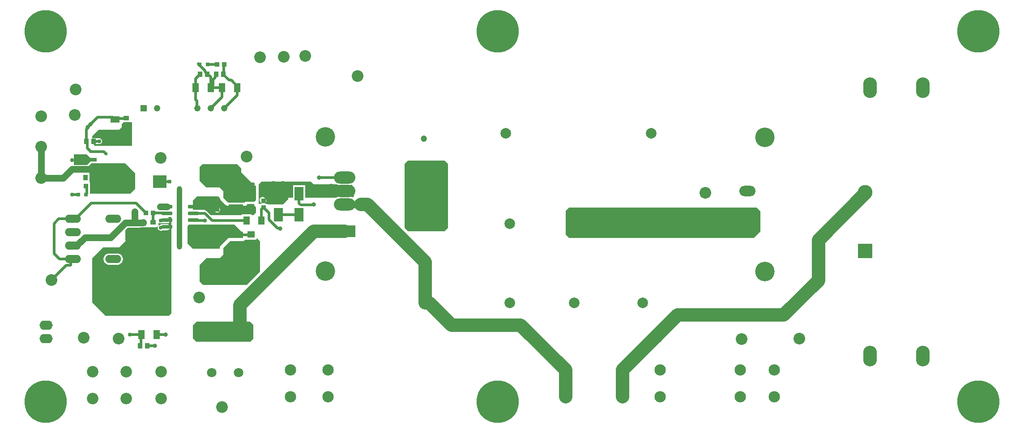
<source format=gtl>
G04*
G04 #@! TF.GenerationSoftware,Altium Limited,Altium Designer,21.1.1 (26)*
G04*
G04 Layer_Physical_Order=1*
G04 Layer_Color=255*
%FSLAX25Y25*%
%MOIN*%
G70*
G04*
G04 #@! TF.SameCoordinates,8D04C4F7-E2C1-42FD-A476-B4637558DBC3*
G04*
G04*
G04 #@! TF.FilePolarity,Positive*
G04*
G01*
G75*
%ADD26R,0.05512X0.02244*%
%ADD27R,0.06693X0.09843*%
%ADD28R,0.04724X0.06496*%
%ADD29R,0.03347X0.03740*%
%ADD30R,0.03150X0.03150*%
%ADD31R,0.09646X0.10039*%
%ADD32R,0.03543X0.03937*%
%ADD33R,0.01968X0.01968*%
%ADD34R,0.03937X0.03543*%
%ADD35R,0.05512X0.05118*%
%ADD36R,0.03740X0.03347*%
%ADD37R,0.10630X0.05118*%
%ADD38R,0.10039X0.09646*%
G04:AMPARAMS|DCode=39|XSize=77.56mil|YSize=23.62mil|CornerRadius=2.95mil|HoleSize=0mil|Usage=FLASHONLY|Rotation=0.000|XOffset=0mil|YOffset=0mil|HoleType=Round|Shape=RoundedRectangle|*
%AMROUNDEDRECTD39*
21,1,0.07756,0.01772,0,0,0.0*
21,1,0.07165,0.02362,0,0,0.0*
1,1,0.00591,0.03583,-0.00886*
1,1,0.00591,-0.03583,-0.00886*
1,1,0.00591,-0.03583,0.00886*
1,1,0.00591,0.03583,0.00886*
%
%ADD39ROUNDEDRECTD39*%
%ADD40R,0.05118X0.07087*%
%ADD41R,0.07087X0.05118*%
%ADD62O,0.15984X0.09016*%
%ADD63R,0.15984X0.09016*%
%ADD67O,0.12000X0.07874*%
%ADD68C,0.07874*%
%ADD80R,0.05512X0.02559*%
%ADD81C,0.02000*%
%ADD82C,0.05000*%
%ADD83C,0.10000*%
%ADD84C,0.08700*%
%ADD85C,0.07087*%
%ADD86C,0.14512*%
%ADD87C,0.04724*%
%ADD88C,0.08445*%
%ADD89R,0.10950X0.10950*%
%ADD90C,0.10950*%
%ADD91O,0.10236X0.15354*%
%ADD92O,0.09843X0.06890*%
%ADD93O,0.03937X0.47244*%
%ADD94C,0.31496*%
%ADD95O,0.12000X0.06000*%
%ADD96C,0.08563*%
%ADD97C,0.04842*%
%ADD98R,0.04842X0.04842*%
%ADD99C,0.03000*%
%ADD100C,0.05000*%
%ADD101C,0.03200*%
G36*
X134500Y230800D02*
Y213500D01*
X106800D01*
X106043Y214257D01*
X106250Y214757D01*
X110200D01*
X111058Y214928D01*
X111786Y215414D01*
X112272Y216142D01*
X112443Y217000D01*
X112272Y217858D01*
X111786Y218586D01*
X111058Y219072D01*
X110200Y219243D01*
X105988D01*
X105950Y219251D01*
X105300Y219121D01*
X104800Y219441D01*
Y220800D01*
X109600Y225600D01*
X117700D01*
X117800Y225700D01*
X125300D01*
X127100Y227500D01*
Y230000D01*
X128286Y231186D01*
X133369D01*
Y231200D01*
X134100D01*
X134500Y230800D01*
D02*
G37*
G36*
X103540Y204579D02*
X108363D01*
Y202021D01*
X103540D01*
X100883Y199363D01*
X91237D01*
Y207237D01*
X100883D01*
X103540Y204579D01*
D02*
G37*
G36*
X121400Y200500D02*
X129500D01*
X137000Y193000D01*
Y181500D01*
X133400Y177900D01*
X103600D01*
X103243Y178257D01*
Y180330D01*
X103314D01*
Y186470D01*
X103314D01*
X103072Y186732D01*
Y193069D01*
X102600D01*
Y198800D01*
X103600Y199800D01*
X104600Y200700D01*
X121200D01*
X121400Y200500D01*
D02*
G37*
G36*
X270000Y185000D02*
X286671D01*
X288026Y184439D01*
X289516Y184243D01*
X296484D01*
X297974Y184439D01*
X298389Y184611D01*
X300000Y183000D01*
Y176000D01*
X299096Y175096D01*
X297974Y175561D01*
X296484Y175757D01*
X289516D01*
X288026Y175561D01*
X286671Y175000D01*
X263647D01*
Y184095D01*
X254554D01*
Y175000D01*
X251000D01*
Y174000D01*
X247000Y170000D01*
X235570D01*
Y170373D01*
X234000D01*
X233849Y170873D01*
X234086Y171032D01*
X234572Y171760D01*
X234743Y172618D01*
X234572Y173477D01*
X234086Y174204D01*
X233413Y174877D01*
X232685Y175364D01*
X231827Y175534D01*
X230968Y175364D01*
X230241Y174877D01*
X229754Y174150D01*
X229584Y173291D01*
X229754Y172433D01*
X230241Y171705D01*
X230914Y171032D01*
X231152Y170873D01*
X231000Y170373D01*
X229627D01*
X229000Y171000D01*
Y185000D01*
X231000Y187000D01*
X268000D01*
X270000Y185000D01*
D02*
G37*
G36*
X216000Y197000D02*
Y194000D01*
X226000Y184000D01*
X227000D01*
Y173000D01*
X225760Y171760D01*
X218844D01*
Y171518D01*
X218415Y171347D01*
Y171347D01*
X206153D01*
X202500Y175000D01*
Y180000D01*
X200000Y182500D01*
X190000D01*
X185000Y187500D01*
Y197500D01*
X187000Y200000D01*
X213000D01*
X216000Y197000D01*
D02*
G37*
G36*
X199951Y175049D02*
Y175000D01*
X200145Y174024D01*
X200698Y173198D01*
X204350Y169545D01*
X205177Y168992D01*
X206153Y168798D01*
X218415D01*
X218887Y168892D01*
X219359Y168980D01*
X219788Y169150D01*
X219802Y169160D01*
X219819Y169163D01*
X219891Y169211D01*
X225760D01*
X225784Y169216D01*
X227000Y168000D01*
Y164000D01*
X225000Y162000D01*
X223539D01*
Y162448D01*
X216414D01*
Y162000D01*
X193393D01*
X190706Y164686D01*
X189979Y165172D01*
X189790Y165210D01*
X189000Y166000D01*
X180000D01*
Y173000D01*
X183000Y176000D01*
X199000D01*
X199951Y175049D01*
D02*
G37*
G36*
X164100Y160300D02*
X164100Y140300D01*
Y89000D01*
X162000Y87000D01*
X115000D01*
X105000Y97000D01*
Y130000D01*
X113000Y138000D01*
X125100D01*
X130000Y142900D01*
X129700Y143200D01*
Y151031D01*
X131295Y152626D01*
X142957D01*
X143923Y152753D01*
X144038Y152800D01*
X152700D01*
X153386Y153486D01*
X153457D01*
X153879Y153114D01*
X153757Y152500D01*
X153928Y151642D01*
X154414Y150914D01*
X155142Y150428D01*
X156000Y150257D01*
X156271D01*
X157129Y150428D01*
X157500Y150676D01*
X160594D01*
X161453Y150847D01*
X162181Y151333D01*
X162362Y151514D01*
X162848Y152242D01*
X163019Y153100D01*
X162848Y153958D01*
X162362Y154686D01*
X161634Y155172D01*
X160776Y155343D01*
X159917Y155172D01*
X159902Y155162D01*
X156690D01*
X155831Y154991D01*
X155231Y154590D01*
X155142Y154572D01*
X154768Y154323D01*
X154300Y154611D01*
Y155889D01*
X154800Y156156D01*
X155142Y155928D01*
X156000Y155757D01*
X156251Y155807D01*
X157898D01*
X158149Y155857D01*
X160776D01*
X161634Y156028D01*
X162362Y156514D01*
X162848Y157242D01*
X163019Y158100D01*
X162848Y158958D01*
X162362Y159686D01*
X161654Y160159D01*
X161647Y160194D01*
X161784Y160657D01*
X162888Y160642D01*
X163147Y160690D01*
X163710D01*
X164100Y160300D01*
D02*
G37*
G36*
X370000Y200000D02*
Y152500D01*
X367500Y150000D01*
X340000D01*
X337500Y152500D01*
Y200000D01*
X340000Y202500D01*
X367500D01*
X370000Y200000D01*
D02*
G37*
G36*
X602500Y165000D02*
Y150000D01*
X597500Y145000D01*
X460000D01*
X457500Y147500D01*
Y165000D01*
X460000Y167500D01*
X600000D01*
X602500Y165000D01*
D02*
G37*
G36*
X230000Y142500D02*
Y120000D01*
X220000Y110000D01*
X187500D01*
X185000Y112500D01*
Y125000D01*
X190000Y130000D01*
X200000D01*
X202500Y132500D01*
Y137500D01*
X207500Y142500D01*
X217500D01*
X218341Y143341D01*
X218615D01*
Y143496D01*
X218844Y143676D01*
X219344Y143641D01*
Y143641D01*
X227256D01*
Y144537D01*
X227756Y144744D01*
X230000Y142500D01*
D02*
G37*
G36*
X216000Y150000D02*
Y149493D01*
X212250D01*
X211392Y149322D01*
X210664Y148836D01*
X210514Y148686D01*
X210028Y147958D01*
X209857Y147100D01*
X210028Y146242D01*
X210490Y145549D01*
X210393Y145117D01*
X210373Y145049D01*
X207500D01*
X206524Y144855D01*
X205698Y144302D01*
X200698Y139302D01*
X200145Y138476D01*
X199951Y137500D01*
Y137000D01*
X180000D01*
X176000Y141000D01*
Y154000D01*
X177000Y155000D01*
X211000D01*
X216000Y150000D01*
D02*
G37*
G36*
X225000Y80000D02*
Y70000D01*
X222500Y67500D01*
X182500D01*
X180000Y70000D01*
Y80000D01*
X182500Y82500D01*
X222500D01*
X225000Y80000D01*
D02*
G37*
%LPC*%
G36*
X195100Y171734D02*
X194242Y171563D01*
X193514Y171077D01*
X193028Y170349D01*
X192857Y169491D01*
X193028Y168632D01*
X193514Y167904D01*
X194391Y167027D01*
X194478Y166592D01*
X194964Y165864D01*
X196414Y164414D01*
X197142Y163928D01*
X198000Y163757D01*
X198858Y163928D01*
X199586Y164414D01*
X200072Y165142D01*
X200243Y166000D01*
X200072Y166858D01*
X199586Y167586D01*
X198709Y168463D01*
X198622Y168899D01*
X198136Y169627D01*
X196686Y171077D01*
X195958Y171563D01*
X195100Y171734D01*
D02*
G37*
G36*
X123600Y133336D02*
X117600D01*
X116504Y133192D01*
X115482Y132769D01*
X114604Y132096D01*
X113931Y131218D01*
X113508Y130196D01*
X113364Y129100D01*
X113508Y128004D01*
X113931Y126982D01*
X114604Y126104D01*
X115482Y125431D01*
X116504Y125008D01*
X117600Y124864D01*
X123600D01*
X124696Y125008D01*
X125718Y125431D01*
X126595Y126104D01*
X127269Y126982D01*
X127692Y128004D01*
X127836Y129100D01*
X127692Y130196D01*
X127269Y131218D01*
X126595Y132096D01*
X125718Y132769D01*
X124696Y133192D01*
X123600Y133336D01*
D02*
G37*
%LPD*%
D26*
X105607Y197395D02*
D03*
Y209206D02*
D03*
D27*
X259100Y177974D02*
D03*
Y162226D02*
D03*
X243700Y177974D02*
D03*
Y162226D02*
D03*
D28*
X231000Y158000D02*
D03*
X219976D02*
D03*
D29*
X203159Y274100D02*
D03*
X198041D02*
D03*
X105559Y183400D02*
D03*
X100441D02*
D03*
X145100Y163400D02*
D03*
X150218D02*
D03*
D30*
X190905Y274100D02*
D03*
X185000D02*
D03*
X94547Y177200D02*
D03*
X100453D02*
D03*
D31*
X195100Y193309D02*
D03*
Y169491D02*
D03*
X194800Y121491D02*
D03*
Y145309D02*
D03*
D32*
X100100Y189900D02*
D03*
X105415D02*
D03*
X202600Y266900D02*
D03*
X197285D02*
D03*
X140685Y64500D02*
D03*
X146000D02*
D03*
X185285Y266900D02*
D03*
X190600D02*
D03*
X105957Y217000D02*
D03*
X100643D02*
D03*
D33*
X115300Y207434D02*
D03*
Y199166D02*
D03*
D34*
X143000Y156400D02*
D03*
Y151085D02*
D03*
X150400Y151143D02*
D03*
Y156457D02*
D03*
X136100Y156358D02*
D03*
Y151042D02*
D03*
X130200Y228842D02*
D03*
Y234157D02*
D03*
D35*
X222800Y168001D02*
D03*
Y174300D02*
D03*
X223300Y141101D02*
D03*
Y147400D02*
D03*
D36*
X232500Y172618D02*
D03*
Y167500D02*
D03*
D37*
X211900Y178612D02*
D03*
Y167588D02*
D03*
X212100Y147100D02*
D03*
Y136076D02*
D03*
D38*
X131491Y186900D02*
D03*
X155309D02*
D03*
D39*
X180224Y168100D02*
D03*
Y163100D02*
D03*
Y158100D02*
D03*
Y153100D02*
D03*
X160776D02*
D03*
Y158100D02*
D03*
Y163100D02*
D03*
Y168100D02*
D03*
D40*
X153000Y73000D02*
D03*
X141583D02*
D03*
X193417Y257000D02*
D03*
X182000D02*
D03*
X213000D02*
D03*
X201583D02*
D03*
D41*
X122000Y233300D02*
D03*
Y221883D02*
D03*
D62*
X293000Y170000D02*
D03*
Y190000D02*
D03*
Y180000D02*
D03*
D63*
Y150000D02*
D03*
D67*
X593000Y159894D02*
D03*
Y180000D02*
D03*
D68*
X464000Y96472D02*
D03*
Y155528D02*
D03*
X515000Y96472D02*
D03*
Y155528D02*
D03*
X416000Y96472D02*
D03*
Y155528D02*
D03*
X412866Y223000D02*
D03*
X521134D02*
D03*
X353000Y96472D02*
D03*
Y155528D02*
D03*
D80*
X105607Y203300D02*
D03*
D81*
X184677Y273777D02*
X188844Y269609D01*
X89000Y124500D02*
Y127500D01*
X90600Y129100D01*
X74500Y113500D02*
X85500Y124500D01*
X89000D01*
X99828Y189900D02*
X100071D01*
X150218Y163400D02*
X150309Y163309D01*
Y156548D02*
X150400Y156457D01*
X150309Y156548D02*
Y163309D01*
X188950Y158050D02*
X189000Y158000D01*
X182921Y158100D02*
X182971Y158050D01*
X188950D01*
X180224Y158100D02*
X182921D01*
X201583Y249831D02*
Y257000D01*
X193394Y241642D02*
X201583Y249831D01*
X193417Y257000D02*
X201583D01*
X194976Y262986D02*
X196629Y264639D01*
X193417Y257000D02*
X194976Y258559D01*
Y262986D01*
X196629Y264639D02*
Y266244D01*
X197285Y266900D01*
X191372Y266000D02*
X192246D01*
X193417Y257000D02*
Y264828D01*
X192246Y266000D02*
X193417Y264828D01*
X190600Y266772D02*
X191372Y266000D01*
X190600Y266772D02*
Y266900D01*
X184000Y274453D02*
X184677Y273777D01*
X188844Y268853D02*
X190600Y267097D01*
Y266900D02*
Y267097D01*
X184000Y274453D02*
Y275000D01*
X188844Y268853D02*
Y269609D01*
X184000Y275000D02*
X184100D01*
X185000Y274100D01*
X92654Y159100D02*
X104314Y170760D01*
X137740D02*
X144230Y164270D01*
X104314Y170760D02*
X137740D01*
X156271Y152500D02*
X156690Y152919D01*
X160594D02*
X160776Y153100D01*
X156690Y152919D02*
X160594D01*
X156000Y152500D02*
X156271D01*
X157948Y158100D02*
X160776D01*
X156050Y158050D02*
X157898D01*
X157948Y158100D01*
X156000Y158000D02*
X156050Y158050D01*
X196550Y167450D02*
X198000Y166000D01*
X195100Y169491D02*
X196550Y168041D01*
Y167450D02*
Y168041D01*
X105950Y217007D02*
X105957Y217000D01*
X110200D01*
X212250Y147250D02*
X223150D01*
X223300Y147400D01*
X212100Y147100D02*
X212250Y147250D01*
X231827Y173291D02*
X232500Y172618D01*
X189120Y163100D02*
X194220Y158000D01*
X180224Y163100D02*
X189120D01*
X194220Y158000D02*
X219976D01*
X243700Y162226D02*
X259100D01*
X244770Y152230D02*
X245000Y152000D01*
X236492Y158639D02*
X242901Y152230D01*
X232697Y167500D02*
X236492Y163705D01*
Y158639D02*
Y163705D01*
X242901Y152230D02*
X244770D01*
X232303Y167500D02*
X232697D01*
X269089Y169414D02*
X269675Y170000D01*
X270000D01*
X260272Y169414D02*
X269089D01*
X259100Y170586D02*
X260272Y169414D01*
X259100Y170586D02*
Y177974D01*
X274000Y190000D02*
X293000D01*
X231000Y158000D02*
Y166197D01*
X232303Y167500D01*
X184388Y265932D02*
X184513D01*
X185285Y266703D02*
Y266900D01*
X182000Y257000D02*
Y263543D01*
X184388Y265932D01*
X184513D02*
X185285Y266703D01*
X202511Y267500D02*
X202880Y267868D01*
Y273820D02*
X203159Y274100D01*
X202500Y267500D02*
X202511D01*
X202880Y267868D02*
Y273820D01*
X202600Y266900D02*
Y267400D01*
X202500Y267500D02*
X202600Y267400D01*
Y266703D02*
X206803Y262500D01*
X208484D01*
X202600Y266703D02*
Y266900D01*
X208484Y262500D02*
X213000Y257984D01*
Y257000D02*
Y257984D01*
X203395Y241642D02*
X213000Y251248D01*
Y257000D01*
X182000Y248000D02*
X182936Y247064D01*
X182000Y248000D02*
Y257000D01*
X182936Y242101D02*
X183395Y241642D01*
X182936Y242101D02*
Y247064D01*
X190905Y274100D02*
X198041D01*
X122429Y233729D02*
X129771D01*
X122000Y233300D02*
X122429Y233729D01*
X129771D02*
X130200Y234157D01*
X100358Y217285D02*
X100412Y217339D01*
X101500Y226700D02*
Y227500D01*
X101600Y227600D02*
X109000Y235000D01*
X101500Y227500D02*
X101600Y227600D01*
X100643Y217000D02*
Y225842D01*
X101500Y226700D01*
X155409Y187000D02*
X162500D01*
X155309Y186900D02*
X155409Y187000D01*
X90000Y177200D02*
X94547D01*
X116900Y235000D02*
X117041Y234859D01*
X120441D02*
X122000Y233300D01*
X117041Y234859D02*
X120441D01*
X109000Y235000D02*
X116900D01*
X105607Y209206D02*
X113528D01*
X115300Y207434D01*
X100453Y177200D02*
X101000Y177747D01*
Y182841D01*
X100441Y183400D02*
X101000Y182841D01*
X100441Y183203D02*
Y183400D01*
X101147Y212032D02*
Y216495D01*
X103973Y209206D02*
X105607D01*
X100643Y217000D02*
X101147Y216495D01*
Y212032D02*
X103973Y209206D01*
X146000Y64500D02*
X151500D01*
X153000Y73000D02*
X159500D01*
X150218Y163400D02*
X157903D01*
X76500Y155500D02*
X80100Y159100D01*
X76500Y133300D02*
X80700Y129100D01*
X76500Y133300D02*
Y155500D01*
X80100Y159100D02*
X92654D01*
X80700Y129100D02*
X90600D01*
X160437Y162919D02*
X162918Y162885D01*
X160437Y162919D02*
X160776Y163100D01*
X144230Y164270D02*
X144427D01*
X145100Y163400D02*
Y163597D01*
X144427Y164270D02*
X145100Y163597D01*
X130200Y234157D02*
X130397D01*
X133000Y73000D02*
X141583D01*
X141134Y64949D02*
Y72551D01*
X140685Y64500D02*
X141134Y64949D01*
Y72551D02*
X141583Y73000D01*
D82*
X67000Y189500D02*
Y213000D01*
X105351Y196076D02*
X105607Y196332D01*
X89994Y196076D02*
X105351D01*
X83418Y189500D02*
X89994Y196076D01*
X67000Y189500D02*
X83418D01*
X105607Y196332D02*
Y197395D01*
X293000Y170000D02*
X305000D01*
X136100Y156358D02*
X136500Y156757D01*
Y164500D01*
X155700Y168100D02*
X160776D01*
X136100Y156358D02*
X142957D01*
X143000Y156400D01*
X118692Y145300D02*
X129749Y156358D01*
X99500Y145300D02*
X118692D01*
X129749Y156358D02*
X136100D01*
X93329Y139100D02*
X99500Y145271D01*
Y145300D01*
X90600Y139100D02*
X93329D01*
D83*
X541000Y87500D02*
X620000D01*
X500000Y46500D02*
X541000Y87500D01*
X270000Y150000D02*
X293000D01*
X215000Y95000D02*
X270000Y150000D01*
X215000Y75500D02*
Y95000D01*
X214000Y74500D02*
X215000Y75500D01*
X424000Y80000D02*
X457500Y46500D01*
X372500Y80000D02*
X424000D01*
X356028Y96472D02*
X372500Y80000D01*
X353000Y96472D02*
X353000Y96472D01*
X356028D01*
X645885Y113385D02*
Y143385D01*
X620000Y87500D02*
X645885Y113385D01*
X680368Y178718D02*
X680549Y178900D01*
X645885Y143385D02*
X680368Y177867D01*
Y178718D01*
X500000Y26500D02*
Y46500D01*
X457500Y26500D02*
Y46500D01*
X353000Y96472D02*
Y127000D01*
X305000Y170000D02*
X310000D01*
X353000Y127000D01*
D84*
X124500Y70000D02*
D03*
X98500Y70500D02*
D03*
X201500Y19000D02*
D03*
X631500Y70000D02*
D03*
X588500Y69500D02*
D03*
X525500Y71000D02*
D03*
X302500Y265500D02*
D03*
X67000Y189500D02*
D03*
Y235500D02*
D03*
Y213000D02*
D03*
X92500Y255500D02*
D03*
X92000Y236500D02*
D03*
X184500Y100500D02*
D03*
X74500Y113500D02*
D03*
X263500Y280500D02*
D03*
X230000Y279500D02*
D03*
X247500Y280000D02*
D03*
X561500Y178500D02*
D03*
X156000Y204500D02*
D03*
X220000Y205500D02*
D03*
D85*
X214000Y44500D02*
D03*
X194000D02*
D03*
Y74500D02*
D03*
X214000D02*
D03*
D86*
X606000Y120000D02*
D03*
Y220000D02*
D03*
X278500Y120200D02*
D03*
Y220200D02*
D03*
D87*
X352000Y199158D02*
D03*
Y218843D02*
D03*
D88*
X613000Y26500D02*
D03*
Y46500D02*
D03*
X280500Y26500D02*
D03*
Y46500D02*
D03*
X500000D02*
D03*
Y26500D02*
D03*
X587500Y46500D02*
D03*
Y26500D02*
D03*
X528000Y46500D02*
D03*
Y26500D02*
D03*
X457500Y46500D02*
D03*
Y26500D02*
D03*
X252500Y46500D02*
D03*
Y26500D02*
D03*
D89*
X680549Y135100D02*
D03*
D90*
Y178900D02*
D03*
D91*
X723685Y257000D02*
D03*
X684315D02*
D03*
X723685Y57000D02*
D03*
X684315D02*
D03*
D92*
X70500Y80000D02*
D03*
Y70000D02*
D03*
D93*
X170000Y160000D02*
D03*
D94*
X407000Y299000D02*
D03*
X70200Y23000D02*
D03*
Y299000D02*
D03*
X765000Y23000D02*
D03*
Y299000D02*
D03*
X407000Y23000D02*
D03*
D95*
X120600Y159100D02*
D03*
Y129100D02*
D03*
X90600D02*
D03*
Y139100D02*
D03*
Y149100D02*
D03*
Y159100D02*
D03*
D96*
X156200Y25200D02*
D03*
Y45200D02*
D03*
X130200Y25200D02*
D03*
Y45200D02*
D03*
X105200Y25200D02*
D03*
Y45200D02*
D03*
D97*
X193394Y241642D02*
D03*
X203395D02*
D03*
X183395D02*
D03*
X153394D02*
D03*
D98*
X143394D02*
D03*
D99*
X224787Y185000D02*
D03*
Y181000D02*
D03*
X191000Y115000D02*
D03*
X197000D02*
D03*
X210000D02*
D03*
X205000D02*
D03*
X209000Y129000D02*
D03*
X179000Y144000D02*
D03*
X99828Y189900D02*
D03*
X202000Y165000D02*
D03*
X189000Y158000D02*
D03*
X90000Y203000D02*
D03*
X156000Y152500D02*
D03*
Y158000D02*
D03*
X206000Y165000D02*
D03*
X200787Y198000D02*
D03*
X208000Y197000D02*
D03*
Y192000D02*
D03*
X213000D02*
D03*
X214000Y185000D02*
D03*
X213000Y197000D02*
D03*
X208000Y185000D02*
D03*
X190000Y198000D02*
D03*
X179000Y148000D02*
D03*
X110200Y217000D02*
D03*
X179000Y152000D02*
D03*
X283000Y177000D02*
D03*
Y184000D02*
D03*
X247000Y186000D02*
D03*
X240000D02*
D03*
X233000Y178000D02*
D03*
X224000Y135000D02*
D03*
X215000Y129000D02*
D03*
X156000Y148000D02*
D03*
X220000Y115000D02*
D03*
X215000D02*
D03*
X162500Y187000D02*
D03*
X90000Y177200D02*
D03*
X121900Y216400D02*
D03*
X130600Y224200D02*
D03*
X142500Y144100D02*
D03*
X136000D02*
D03*
X155700Y168100D02*
D03*
X133000Y73000D02*
D03*
D100*
X156000Y143000D02*
D03*
X160000Y135000D02*
D03*
X156000Y127000D02*
D03*
X160000Y119000D02*
D03*
X156000Y111000D02*
D03*
X160000Y103000D02*
D03*
X156000Y95000D02*
D03*
X148000Y143000D02*
D03*
X152000Y135000D02*
D03*
X148000Y127000D02*
D03*
X152000Y119000D02*
D03*
X148000Y111000D02*
D03*
X152000Y103000D02*
D03*
X148000Y95000D02*
D03*
X144000Y135000D02*
D03*
X140000Y127000D02*
D03*
X144000Y119000D02*
D03*
X140000Y111000D02*
D03*
X144000Y103000D02*
D03*
X140000Y95000D02*
D03*
X136000Y135000D02*
D03*
X132000Y127000D02*
D03*
X136000Y119000D02*
D03*
X132000Y111000D02*
D03*
X136000Y103000D02*
D03*
X128000Y135000D02*
D03*
Y119000D02*
D03*
X120000D02*
D03*
X108000Y127000D02*
D03*
D101*
X122563Y184563D02*
D03*
Y189562D02*
D03*
X500000Y47500D02*
D03*
X245000Y152000D02*
D03*
X270000Y170000D02*
D03*
X274000Y190000D02*
D03*
X103500Y229500D02*
D03*
X101600Y227600D02*
D03*
X151500Y64500D02*
D03*
X159500Y73000D02*
D03*
X136500Y164500D02*
D03*
M02*

</source>
